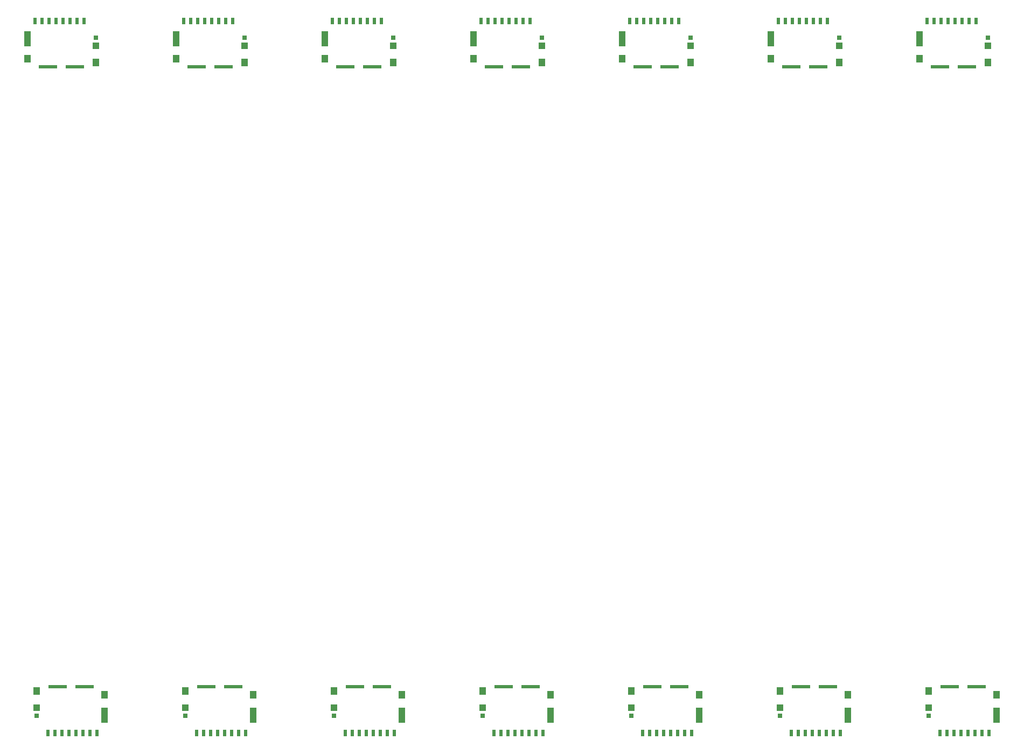
<source format=gbp>
G04 EAGLE Gerber RS-274X export*
G75*
%MOMM*%
%FSLAX34Y34*%
%LPD*%
%INSolderpaste Bottom*%
%IPPOS*%
%AMOC8*
5,1,8,0,0,1.08239X$1,22.5*%
G01*
%ADD10R,0.500000X1.000000*%
%ADD11R,0.720000X0.780000*%
%ADD12R,1.050000X1.080000*%
%ADD13R,1.050000X1.200000*%
%ADD14R,1.050000X2.390000*%
%ADD15R,2.910000X0.550000*%


D10*
X85912Y68942D03*
X96912Y68942D03*
X107912Y68942D03*
X118912Y68942D03*
X129912Y68942D03*
X140912Y68942D03*
X151912Y68942D03*
X162912Y68942D03*
D11*
X67912Y95742D03*
D12*
X67912Y108442D03*
D13*
X67912Y134542D03*
X174662Y128842D03*
D14*
X174662Y96992D03*
D15*
X142862Y141292D03*
X100962Y141292D03*
D10*
X319592Y68942D03*
X330592Y68942D03*
X341592Y68942D03*
X352592Y68942D03*
X363592Y68942D03*
X374592Y68942D03*
X385592Y68942D03*
X396592Y68942D03*
D11*
X301592Y95742D03*
D12*
X301592Y108442D03*
D13*
X301592Y134542D03*
X408342Y128842D03*
D14*
X408342Y96992D03*
D15*
X376542Y141292D03*
X334642Y141292D03*
D10*
X553272Y68942D03*
X564272Y68942D03*
X575272Y68942D03*
X586272Y68942D03*
X597272Y68942D03*
X608272Y68942D03*
X619272Y68942D03*
X630272Y68942D03*
D11*
X535272Y95742D03*
D12*
X535272Y108442D03*
D13*
X535272Y134542D03*
X642022Y128842D03*
D14*
X642022Y96992D03*
D15*
X610222Y141292D03*
X568322Y141292D03*
D10*
X786952Y68942D03*
X797952Y68942D03*
X808952Y68942D03*
X819952Y68942D03*
X830952Y68942D03*
X841952Y68942D03*
X852952Y68942D03*
X863952Y68942D03*
D11*
X768952Y95742D03*
D12*
X768952Y108442D03*
D13*
X768952Y134542D03*
X875702Y128842D03*
D14*
X875702Y96992D03*
D15*
X843902Y141292D03*
X802002Y141292D03*
D10*
X1020632Y68942D03*
X1031632Y68942D03*
X1042632Y68942D03*
X1053632Y68942D03*
X1064632Y68942D03*
X1075632Y68942D03*
X1086632Y68942D03*
X1097632Y68942D03*
D11*
X1002632Y95742D03*
D12*
X1002632Y108442D03*
D13*
X1002632Y134542D03*
X1109382Y128842D03*
D14*
X1109382Y96992D03*
D15*
X1077582Y141292D03*
X1035682Y141292D03*
D10*
X1254312Y68942D03*
X1265312Y68942D03*
X1276312Y68942D03*
X1287312Y68942D03*
X1298312Y68942D03*
X1309312Y68942D03*
X1320312Y68942D03*
X1331312Y68942D03*
D11*
X1236312Y95742D03*
D12*
X1236312Y108442D03*
D13*
X1236312Y134542D03*
X1343062Y128842D03*
D14*
X1343062Y96992D03*
D15*
X1311262Y141292D03*
X1269362Y141292D03*
D10*
X1487992Y68942D03*
X1498992Y68942D03*
X1509992Y68942D03*
X1520992Y68942D03*
X1531992Y68942D03*
X1542992Y68942D03*
X1553992Y68942D03*
X1564992Y68942D03*
D11*
X1469992Y95742D03*
D12*
X1469992Y108442D03*
D13*
X1469992Y134542D03*
X1576742Y128842D03*
D14*
X1576742Y96992D03*
D15*
X1544942Y141292D03*
X1503042Y141292D03*
D10*
X142688Y1188358D03*
X131688Y1188358D03*
X120688Y1188358D03*
X109688Y1188358D03*
X98688Y1188358D03*
X87688Y1188358D03*
X76688Y1188358D03*
X65688Y1188358D03*
D11*
X160688Y1161558D03*
D12*
X160688Y1148858D03*
D13*
X160688Y1122758D03*
X53938Y1128458D03*
D14*
X53938Y1160308D03*
D15*
X85738Y1116008D03*
X127638Y1116008D03*
D10*
X376368Y1188358D03*
X365368Y1188358D03*
X354368Y1188358D03*
X343368Y1188358D03*
X332368Y1188358D03*
X321368Y1188358D03*
X310368Y1188358D03*
X299368Y1188358D03*
D11*
X394368Y1161558D03*
D12*
X394368Y1148858D03*
D13*
X394368Y1122758D03*
X287618Y1128458D03*
D14*
X287618Y1160308D03*
D15*
X319418Y1116008D03*
X361318Y1116008D03*
D10*
X610048Y1188358D03*
X599048Y1188358D03*
X588048Y1188358D03*
X577048Y1188358D03*
X566048Y1188358D03*
X555048Y1188358D03*
X544048Y1188358D03*
X533048Y1188358D03*
D11*
X628048Y1161558D03*
D12*
X628048Y1148858D03*
D13*
X628048Y1122758D03*
X521298Y1128458D03*
D14*
X521298Y1160308D03*
D15*
X553098Y1116008D03*
X594998Y1116008D03*
D10*
X843728Y1188358D03*
X832728Y1188358D03*
X821728Y1188358D03*
X810728Y1188358D03*
X799728Y1188358D03*
X788728Y1188358D03*
X777728Y1188358D03*
X766728Y1188358D03*
D11*
X861728Y1161558D03*
D12*
X861728Y1148858D03*
D13*
X861728Y1122758D03*
X754978Y1128458D03*
D14*
X754978Y1160308D03*
D15*
X786778Y1116008D03*
X828678Y1116008D03*
D10*
X1077408Y1188358D03*
X1066408Y1188358D03*
X1055408Y1188358D03*
X1044408Y1188358D03*
X1033408Y1188358D03*
X1022408Y1188358D03*
X1011408Y1188358D03*
X1000408Y1188358D03*
D11*
X1095408Y1161558D03*
D12*
X1095408Y1148858D03*
D13*
X1095408Y1122758D03*
X988658Y1128458D03*
D14*
X988658Y1160308D03*
D15*
X1020458Y1116008D03*
X1062358Y1116008D03*
D10*
X1311088Y1188358D03*
X1300088Y1188358D03*
X1289088Y1188358D03*
X1278088Y1188358D03*
X1267088Y1188358D03*
X1256088Y1188358D03*
X1245088Y1188358D03*
X1234088Y1188358D03*
D11*
X1329088Y1161558D03*
D12*
X1329088Y1148858D03*
D13*
X1329088Y1122758D03*
X1222338Y1128458D03*
D14*
X1222338Y1160308D03*
D15*
X1254138Y1116008D03*
X1296038Y1116008D03*
D10*
X1544768Y1188358D03*
X1533768Y1188358D03*
X1522768Y1188358D03*
X1511768Y1188358D03*
X1500768Y1188358D03*
X1489768Y1188358D03*
X1478768Y1188358D03*
X1467768Y1188358D03*
D11*
X1562768Y1161558D03*
D12*
X1562768Y1148858D03*
D13*
X1562768Y1122758D03*
X1456018Y1128458D03*
D14*
X1456018Y1160308D03*
D15*
X1487818Y1116008D03*
X1529718Y1116008D03*
M02*

</source>
